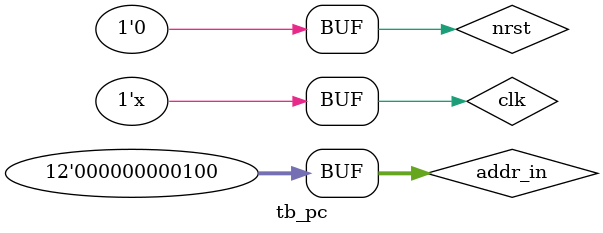
<source format=v>
`timescale 1ns / 1ps

module tb_pc();
	
	reg clk;
	reg nrst;
	reg [11:0] addr_in;
	wire [11:0] inst_addr;

	pc uut(
		.clk(clk),
		.nrst(nrst),
		.addr_in(addr_in),
		.inst_addr(inst_addr)
	);

	// Test using 100MHz clock
	always
		#5 clk = ~clk;

	initial begin
		clk = 0;
		nrst = 0;
		addr_in = 12'h4;

		#100;
		nrst = 1;
		#10;
		addr_in = 12'h8;
		#10;
		addr_in = 12'hc;
		#10;
		addr_in = 12'h10;
		#5;
		nrst = 0;
		#5;
		addr_in = 12'h4;
	end

endmodule
</source>
